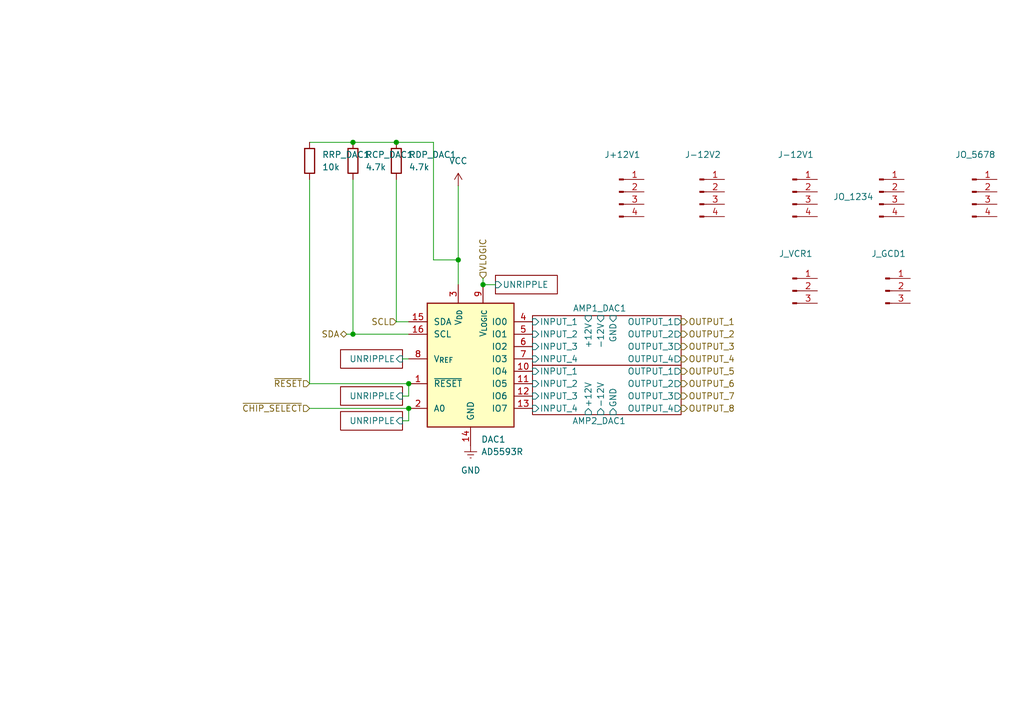
<source format=kicad_sch>
(kicad_sch (version 20250114) (generator "eeschema") (generator_version "9.0")
  (paper "A5")
  (title_block (title "MasterOfMuppets") (rev "0.0.0") (company "y3i12"))
  (lib_symbols
    (symbol "Analog:AD5593R" (pin_names (offset 1.27))
      (property "Reference" "U" (at -8.89 15.24 0))
      (property "Value" "AD5593R" (at 3.81 15.24 0))
      (symbol "AD5593R_0_1"
        (rectangle (start -8.89 13.97) (end 8.89 -11.43) (stroke (width 0.254)) (fill (type background)))
      )
      (symbol "AD5593R_1_1"
        (pin bidirectional line (at -12.7 10.16 0) (length 3.81) (name "SDA") (number "15"))
        (pin input line (at -12.7 7.62 0) (length 3.81) (name "SCL") (number "16"))
        (pin passive line (at -12.7 2.54 0) (length 3.81) (name "V_{REF}") (number "8"))
        (pin input line (at -12.7 -2.54 0) (length 3.81) (name "~{RESET}") (number "1"))
        (pin input line (at -12.7 -7.62 0) (length 3.81) (name "A0") (number "2"))
        (pin power_in line (at -2.54 17.78 270) (length 3.81) (name "V_{DD}") (number "3"))
        (pin power_in line (at 0 -15.24 90) (length 3.81) (name "GND") (number "14"))
        (pin power_in line (at 2.54 17.78 270) (length 3.81) (name "V_{LOGIC}") (number "9"))
        (pin bidirectional line (at 12.7 10.16 180) (length 3.81) (name "IO0") (number "4"))
        (pin bidirectional line (at 12.7 7.62 180) (length 3.81) (name "IO1") (number "5"))
        (pin bidirectional line (at 12.7 5.08 180) (length 3.81) (name "IO2") (number "6"))
        (pin bidirectional line (at 12.7 2.54 180) (length 3.81) (name "IO3") (number "7"))
        (pin bidirectional line (at 12.7 0 180) (length 3.81) (name "IO4") (number "10"))
        (pin bidirectional line (at 12.7 -2.54 180) (length 3.81) (name "IO5") (number "11"))
        (pin bidirectional line (at 12.7 -5.08 180) (length 3.81) (name "IO6") (number "12"))
        (pin bidirectional line (at 12.7 -7.62 180) (length 3.81) (name "IO7") (number "13"))
      )
    )
    (symbol "Connector:Conn_01x03_Pin" (pin_names (offset 1.016) (hide yes))
      (property "Reference" "J" (at 0 5.08 0))
      (property "Value" "Conn_01x03_Pin" (at 0 -5.08 0))
      (symbol "Conn_01x03_Pin_1_1"
        (rectangle (start 0.8636 2.667) (end 0 2.413) (stroke (width 0.1524)) (fill (type outline)))
        (rectangle (start 0.8636 0.127) (end 0 -0.127) (stroke (width 0.1524)) (fill (type outline)))
        (rectangle (start 0.8636 -2.413) (end 0 -2.667) (stroke (width 0.1524)) (fill (type outline)))
        (polyline (pts (xy 1.27 2.54) (xy 0.8636 2.54)) (stroke (width 0.1524)))
        (polyline (pts (xy 1.27 0) (xy 0.8636 0)) (stroke (width 0.1524)))
        (polyline (pts (xy 1.27 -2.54) (xy 0.8636 -2.54)) (stroke (width 0.1524)))
        (pin passive line (at 5.08 2.54 180) (length 3.81) (name "Pin_1") (number "1"))
        (pin passive line (at 5.08 0 180) (length 3.81) (name "Pin_2") (number "2"))
        (pin passive line (at 5.08 -2.54 180) (length 3.81) (name "Pin_3") (number "3"))
      )
    )
    (symbol "Connector:Conn_01x04_Pin" (pin_names (offset 1.016) (hide yes))
      (property "Reference" "J" (at 0 5.08 0))
      (property "Value" "Conn_01x04_Pin" (at 0 -7.62 0))
      (symbol "Conn_01x04_Pin_1_1"
        (rectangle (start 0.8636 2.667) (end 0 2.413) (stroke (width 0.1524)) (fill (type outline)))
        (rectangle (start 0.8636 0.127) (end 0 -0.127) (stroke (width 0.1524)) (fill (type outline)))
        (rectangle (start 0.8636 -2.413) (end 0 -2.667) (stroke (width 0.1524)) (fill (type outline)))
        (rectangle (start 0.8636 -4.953) (end 0 -5.207) (stroke (width 0.1524)) (fill (type outline)))
        (polyline (pts (xy 1.27 2.54) (xy 0.8636 2.54)) (stroke (width 0.1524)))
        (polyline (pts (xy 1.27 0) (xy 0.8636 0)) (stroke (width 0.1524)))
        (polyline (pts (xy 1.27 -2.54) (xy 0.8636 -2.54)) (stroke (width 0.1524)))
        (polyline (pts (xy 1.27 -5.08) (xy 0.8636 -5.08)) (stroke (width 0.1524)))
        (pin passive line (at 5.08 2.54 180) (length 3.81) (name "Pin_1") (number "1"))
        (pin passive line (at 5.08 0 180) (length 3.81) (name "Pin_2") (number "2"))
        (pin passive line (at 5.08 -2.54 180) (length 3.81) (name "Pin_3") (number "3"))
        (pin passive line (at 5.08 -5.08 180) (length 3.81) (name "Pin_4") (number "4"))
      )
    )
    (symbol "Device:R" (pin_numbers (hide yes)) (pin_names (offset 0))
      (property "Reference" "R" (at 2.032 0 90))
      (property "Value" "R" (at 0 0 90))
      (symbol "R_0_1"
        (rectangle (start -1.016 -2.54) (end 1.016 2.54) (stroke (width 0.254)))
      )
      (symbol "R_1_1"
        (pin passive line (at 0 3.81 270) (length 1.27) (name "~") (number "1"))
        (pin passive line (at 0 -3.81 90) (length 1.27) (name "~") (number "2"))
      )
    )
    (symbol "power:+5V" (power) (pin_numbers (hide yes)) (pin_names (offset 0) (hide yes))
      (property "Value" "+5V" (at 0 3.556 0))
      (symbol "+5V_0_1"
        (polyline (pts (xy -0.762 1.27) (xy 0 2.54)))
        (polyline (pts (xy 0 2.54) (xy 0.762 1.27)))
        (polyline (pts (xy 0 0) (xy 0 2.54)))
      )
      (symbol "+5V_1_1"
        (pin power_in line (at 0 0 90) (length 0) (name "~") (number "1"))
      )
    )
    (symbol "power:GNDREF" (power) (pin_numbers (hide yes)) (pin_names (offset 0) (hide yes))
      (property "Value" "GNDREF" (at 0 -3.81 0))
      (symbol "GNDREF_0_1"
        (polyline (pts (xy -0.635 -1.905) (xy 0.635 -1.905)))
        (polyline (pts (xy -0.127 -2.54) (xy 0.127 -2.54)))
        (polyline (pts (xy 0 -1.27) (xy 0 0)))
        (polyline (pts (xy 1.27 -1.27) (xy -1.27 -1.27)))
      )
      (symbol "GNDREF_1_1"
        (pin power_in line (at 0 0 270) (length 0) (name "~") (number "1"))
      )
    )
  )
  (junction (at 93.98 53.34))
  (junction (at 99.06 58.42))
  (junction (at 83.82 78.74))
  (junction (at 72.39 68.58))
  (junction (at 81.28 29.21))
  (junction (at 83.82 83.82))
  (junction (at 72.39 29.21))
  (wire (pts (xy 99.06 58.42) (xy 101.6 58.42)))
  (wire (pts (xy 83.82 78.74) (xy 83.82 81.28)))
  (wire (pts (xy 81.28 66.04) (xy 83.82 66.04)))
  (wire (pts (xy 83.82 68.58) (xy 72.39 68.58)))
  (wire (pts (xy 72.39 29.21) (xy 81.28 29.21)))
  (wire (pts (xy 99.06 57.15) (xy 99.06 58.42)))
  (wire (pts (xy 63.5 29.21) (xy 72.39 29.21)))
  (wire (pts (xy 81.28 29.21) (xy 88.9 29.21)))
  (wire (pts (xy 83.82 86.36) (xy 82.55 86.36)))
  (wire (pts (xy 81.28 36.83) (xy 81.28 66.04)))
  (wire (pts (xy 82.55 81.28) (xy 83.82 81.28)))
  (wire (pts (xy 71.12 68.58) (xy 72.39 68.58)))
  (wire (pts (xy 88.9 53.34) (xy 93.98 53.34)))
  (wire (pts (xy 63.5 83.82) (xy 83.82 83.82)))
  (wire (pts (xy 88.9 29.21) (xy 88.9 53.34)))
  (wire (pts (xy 72.39 68.58) (xy 72.39 36.83)))
  (wire (pts (xy 83.82 83.82) (xy 83.82 86.36)))
  (wire (pts (xy 93.98 53.34) (xy 93.98 58.42)))
  (wire (pts (xy 63.5 78.74) (xy 83.82 78.74)))
  (wire (pts (xy 82.55 73.66) (xy 83.82 73.66)))
  (wire (pts (xy 63.5 36.83) (xy 63.5 78.74)))
  (wire (pts (xy 93.98 38.1) (xy 93.98 53.34)))
  (hierarchical_label "~{RESET}" (shape input) (at 63.5 78.74 180))
  (hierarchical_label "SCL" (shape input) (at 81.28 66.04 180))
  (hierarchical_label "VLOGIC" (shape input) (at 99.06 57.15 90))
  (hierarchical_label "OUTPUT_1" (shape output) (at 139.7 66.04 0))
  (hierarchical_label "OUTPUT_6" (shape output) (at 139.7 78.74 0))
  (hierarchical_label "OUTPUT_8" (shape output) (at 139.7 83.82 0))
  (hierarchical_label "OUTPUT_7" (shape output) (at 139.7 81.28 0))
  (hierarchical_label "OUTPUT_5" (shape output) (at 139.7 76.2 0))
  (hierarchical_label "OUTPUT_2" (shape output) (at 139.7 68.58 0))
  (hierarchical_label "OUTPUT_3" (shape output) (at 139.7 71.12 0))
  (hierarchical_label "OUTPUT_4" (shape output) (at 139.7 73.66 0))
  (hierarchical_label "~{CHIP_SELECT}" (shape input) (at 63.5 83.82 180))
  (hierarchical_label "SDA" (shape bidirectional) (at 71.12 68.58 180))
  (symbol (lib_id "Connector:Conn_01x03_Pin") (at 162.56 59.69 0) (unit 1)
    (property "Reference" "J_VCR1" (at 163.195 52.07 0))
    (property "Value" "PinHeader_1x03_P1.00mm_Vertical" (effects (hide yes)))
    (property "Footprint" "Connector_PinHeader_1.00mm:PinHeader_1x03_P1.00mm_Vertical" (effects (hide yes)))
  )
  (symbol (lib_id "Analog:AD5593R") (at 96.52 76.2 0) (unit 1)
    (property "Reference" "DAC1" (at 98.6633 90.17 0) (effects (justify left)))
    (property "Value" "AD5593R" (at 98.6633 92.71 0) (effects (justify left)))
    (property "Footprint" "Package_SO:TSSOP-16_4.4x5mm_P0.65mm" (effects (hide yes)))
    (property "Datasheet" "https://www.analog.com/media/en/technical-documentation/data-sheets/AD5593R.pdf" (effects (hide yes)))
    (property "Description" "8-channel 12bits configurable ADC/DAC/GPIO Internal Reference, I2C interface Integrated temperature sensor,Single Supply, TSSOP-16" (effects (hide yes)))
  )
  (symbol (lib_id "power:+5V") (at 93.98 38.1 0) (unit 1)
    (property "Reference" "#PWR01" (effects (hide yes)))
    (property "Value" "VCC" (at 93.98 33.02 0))
    (property "Description" "Power symbol creates a global label with name \"+5V\"" (effects (hide yes)))
  )
  (symbol (lib_id "Connector:Conn_01x04_Pin") (at 199.39 39.37 0) (unit 1)
    (property "Reference" "JO_5678" (at 200.025 31.75 0))
    (property "Value" "PinHeader_1x04_P1.00mm_Vertical" (effects (hide yes)))
    (property "Footprint" "Connector_PinHeader_1.00mm:PinHeader_1x04_P1.00mm_Vertical" (effects (hide yes)))
  )
  (symbol (lib_id "Connector:Conn_01x04_Pin") (at 162.56 39.37 0) (unit 1)
    (property "Reference" "J-12V1" (at 163.195 31.75 0))
    (property "Value" "PinHeader_1x04_P1.00mm_Vertical" (effects (hide yes)))
    (property "Footprint" "Connector_PinHeader_1.00mm:PinHeader_1x04_P1.00mm_Vertical" (effects (hide yes)))
  )
  (symbol (lib_id "Device:R") (at 81.28 33.02 0) (unit 1)
    (property "Reference" "RDP_DAC1" (at 83.82 31.7499 0) (effects (justify left)))
    (property "Value" "4.7k" (at 83.82 34.2899 0) (effects (justify left)))
    (property "Footprint" "Resistor_SMD:R_0603_1608Metric_Pad0.98x0.95mm_HandSolder" (effects (hide yes)))
    (property "Description" "Resistor" (effects (hide yes)))
  )
  (symbol (lib_id "power:GNDREF") (at 96.52 91.44 0) (unit 1)
    (property "Reference" "#PWR02" (effects (hide yes)))
    (property "Value" "GND" (at 96.52 96.52 0))
    (property "Description" "Power symbol creates a global label with name \"GNDREF\" , reference supply ground" (effects (hide yes)))
  )
  (symbol (lib_id "Connector:Conn_01x04_Pin") (at 143.51 39.37 0) (unit 1)
    (property "Reference" "J-12V2" (at 144.145 31.75 0))
    (property "Value" "PinHeader_1x04_P1.00mm_Vertical" (effects (hide yes)))
    (property "Footprint" "Connector_PinHeader_1.00mm:PinHeader_1x04_P1.00mm_Vertical" (effects (hide yes)))
  )
  (symbol (lib_id "Connector:Conn_01x03_Pin") (at 181.61 59.69 0) (unit 1)
    (property "Reference" "J_GCD1" (at 182.245 52.07 0))
    (property "Value" "PinHeader_1x03_P1.00mm_Vertical" (effects (hide yes)))
    (property "Footprint" "Connector_PinHeader_1.00mm:PinHeader_1x03_P1.00mm_Vertical" (effects (hide yes)))
  )
  (symbol (lib_id "Device:R") (at 63.5 33.02 0) (unit 1)
    (property "Reference" "RRP_DAC1" (at 66.04 31.7499 0) (effects (justify left)))
    (property "Value" "10k" (at 66.04 34.2899 0) (effects (justify left)))
    (property "Footprint" "Resistor_SMD:R_0603_1608Metric_Pad0.98x0.95mm_HandSolder" (effects (hide yes)))
    (property "Description" "Resistor" (effects (hide yes)))
  )
  (symbol (lib_id "Device:R") (at 72.39 33.02 0) (unit 1)
    (property "Reference" "RCP_DAC1" (at 74.93 31.7499 0) (effects (justify left)))
    (property "Value" "4.7k" (at 74.93 34.2899 0) (effects (justify left)))
    (property "Footprint" "Resistor_SMD:R_0603_1608Metric_Pad0.98x0.95mm_HandSolder" (effects (hide yes)))
    (property "Description" "Resistor" (effects (hide yes)))
  )
  (symbol (lib_id "Connector:Conn_01x04_Pin") (at 180.34 39.37 0) (unit 1)
    (property "Reference" "JO_1234" (at 175.006 40.386 0))
    (property "Value" "PinHeader_1x04_P1.00mm_Vertical" (effects (hide yes)))
    (property "Footprint" "Connector_PinHeader_1.00mm:PinHeader_1x04_P1.00mm_Vertical" (effects (hide yes)))
  )
  (symbol (lib_id "Connector:Conn_01x04_Pin") (at 127 39.37 0) (unit 1)
    (property "Reference" "J+12V1" (at 127.635 31.75 0))
    (property "Value" "PinHeader_1x04_P1.00mm_Vertical" (effects (hide yes)))
    (property "Footprint" "Connector_PinHeader_1.00mm:PinHeader_1x04_P1.00mm_Vertical" (effects (hide yes)))
  )
  (sheet (at 109.22 64.77) (size 30.48 10.16) (stroke (width 0.1524))
    (property "Sheetname" "AMP1_DAC1" (at 117.475 64.008 0) (effects (justify left bottom)))
    (property "Sheetfile" "../amp_module/amp_module.kicad_sch" (effects (hide yes)))
    (pin "INPUT_1" input (at 109.22 66.04 180))
    (pin "INPUT_2" input (at 109.22 68.58 180))
    (pin "INPUT_3" input (at 109.22 71.12 180))
    (pin "INPUT_4" input (at 109.22 73.66 180))
    (pin "OUTPUT_1" output (at 139.7 66.04 0))
    (pin "OUTPUT_2" output (at 139.7 68.58 0))
    (pin "OUTPUT_3" output (at 139.7 71.12 0))
    (pin "OUTPUT_4" output (at 139.7 73.66 0))
    (pin "+12V" input (at 120.65 64.77 90))
    (pin "-12V" input (at 123.19 64.77 90))
    (pin "GND" input (at 125.73 64.77 90))
  )
  (sheet (at 69.85 71.755) (size 12.7 3.81) (stroke (width 0.1524))
    (property "Sheetname" "UNRIPPLE_MODULE1" (effects (hide yes)))
    (property "Sheetfile" "../unripple_module/unripple_module.kicad_sch" (effects (hide yes)))
    (pin "UNRIPPLE" input (at 82.55 73.66 0))
  )
  (sheet (at 109.22 74.93) (size 30.48 10.16) (stroke (width 0.1524))
    (property "Sheetname" "AMP2_DAC1" (at 117.348 87.122 0) (effects (justify left bottom)))
    (property "Sheetfile" "../amp_module/amp_module.kicad_sch" (effects (hide yes)))
    (pin "INPUT_1" input (at 109.22 76.2 180))
    (pin "INPUT_2" input (at 109.22 78.74 180))
    (pin "INPUT_3" input (at 109.22 81.28 180))
    (pin "INPUT_4" input (at 109.22 83.82 180))
    (pin "OUTPUT_1" output (at 139.7 76.2 0))
    (pin "OUTPUT_2" output (at 139.7 78.74 0))
    (pin "OUTPUT_3" output (at 139.7 81.28 0))
    (pin "OUTPUT_4" output (at 139.7 83.82 0))
    (pin "+12V" input (at 120.65 85.09 270))
    (pin "-12V" input (at 123.19 85.09 270))
    (pin "GND" input (at 125.73 85.09 270))
  )
  (sheet (at 69.85 79.375) (size 12.7 3.81) (stroke (width 0.1524))
    (property "Sheetname" "UNRIPPLE_MODULE2" (effects (hide yes)))
    (property "Sheetfile" "../unripple_module/unripple_module.kicad_sch" (effects (hide yes)))
    (pin "UNRIPPLE" input (at 82.55 81.28 0))
  )
  (sheet (at 101.6 56.515) (size 12.7 3.81) (stroke (width 0.1524))
    (property "Sheetname" "UNRIPPLE_MODULE" (effects (hide yes)))
    (property "Sheetfile" "../unripple_module/unripple_module.kicad_sch" (effects (hide yes)))
    (pin "UNRIPPLE" input (at 101.6 58.42 180))
  )
  (sheet (at 69.85 84.455) (size 12.7 3.81) (stroke (width 0.1524))
    (property "Sheetname" "UNRIPPLE_MODULE3" (effects (hide yes)))
    (property "Sheetfile" "../unripple_module/unripple_module.kicad_sch" (effects (hide yes)))
    (pin "UNRIPPLE" input (at 82.55 86.36 0))
  )
)
</source>
